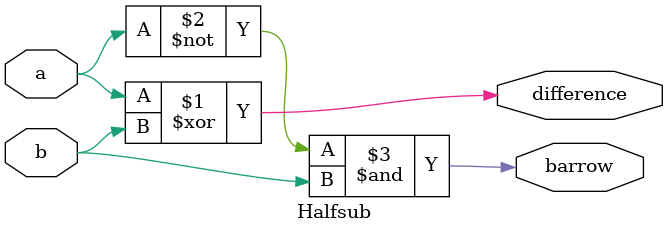
<source format=v>

module Halfsub(a,b,difference,barrow);
input a,b;
output difference,barrow;
assign difference=a^b;
assign barrow=(~a)&b;
endmodule

</source>
